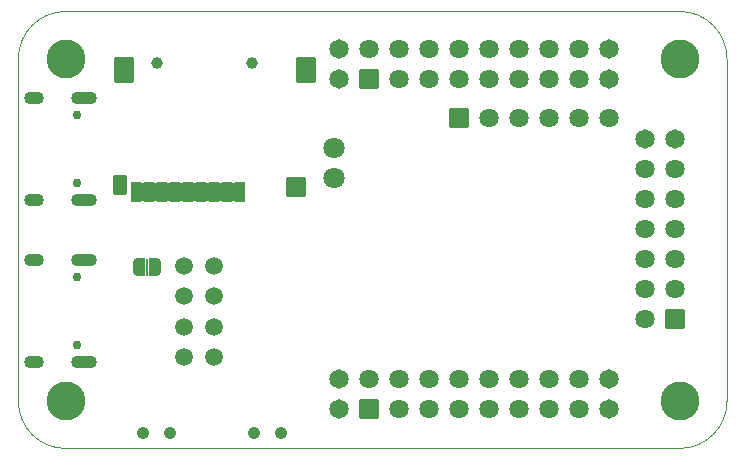
<source format=gbs>
G04 #@! TF.GenerationSoftware,KiCad,Pcbnew,(7.99.0-174-g31be74b8b3)*
G04 #@! TF.CreationDate,2023-07-10T17:09:23+02:00*
G04 #@! TF.ProjectId,HydraBus,48796472-6142-4757-932e-6b696361645f,1.0 Rev1.4*
G04 #@! TF.SameCoordinates,Original*
G04 #@! TF.FileFunction,Soldermask,Bot*
G04 #@! TF.FilePolarity,Negative*
%FSLAX46Y46*%
G04 Gerber Fmt 4.6, Leading zero omitted, Abs format (unit mm)*
G04 Created by KiCad (PCBNEW (7.99.0-174-g31be74b8b3)) date 2023-07-10 17:09:23*
%MOMM*%
%LPD*%
G01*
G04 APERTURE LIST*
G04 Aperture macros list*
%AMRoundRect*
0 Rectangle with rounded corners*
0 $1 Rounding radius*
0 $2 $3 $4 $5 $6 $7 $8 $9 X,Y pos of 4 corners*
0 Add a 4 corners polygon primitive as box body*
4,1,4,$2,$3,$4,$5,$6,$7,$8,$9,$2,$3,0*
0 Add four circle primitives for the rounded corners*
1,1,$1+$1,$2,$3*
1,1,$1+$1,$4,$5*
1,1,$1+$1,$6,$7*
1,1,$1+$1,$8,$9*
0 Add four rect primitives between the rounded corners*
20,1,$1+$1,$2,$3,$4,$5,0*
20,1,$1+$1,$4,$5,$6,$7,0*
20,1,$1+$1,$6,$7,$8,$9,0*
20,1,$1+$1,$8,$9,$2,$3,0*%
%AMFreePoly0*
4,1,35,0.535355,0.785355,0.550000,0.750000,0.550000,-0.750000,0.535355,-0.785355,0.500000,-0.800000,0.000000,-0.800000,-0.012286,-0.794911,-0.071157,-0.794911,-0.085244,-0.792886,-0.221795,-0.752791,-0.234740,-0.746879,-0.354462,-0.669938,-0.365217,-0.660618,-0.458414,-0.553063,-0.466109,-0.541091,-0.525228,-0.411637,-0.529237,-0.397982,-0.549491,-0.257116,-0.550000,-0.250000,-0.550000,0.250000,
-0.549491,0.257116,-0.529237,0.397982,-0.525228,0.411637,-0.466109,0.541091,-0.458414,0.553063,-0.365217,0.660618,-0.354462,0.669938,-0.234740,0.746879,-0.221795,0.752791,-0.085244,0.792886,-0.071157,0.794911,-0.012286,0.794911,0.000000,0.800000,0.500000,0.800000,0.535355,0.785355,0.535355,0.785355,$1*%
%AMFreePoly1*
4,1,35,0.012286,0.794911,0.071157,0.794911,0.085244,0.792886,0.221795,0.752791,0.234740,0.746879,0.354462,0.669938,0.365217,0.660618,0.458414,0.553063,0.466109,0.541091,0.525228,0.411637,0.529237,0.397982,0.549491,0.257116,0.550000,0.250000,0.550000,-0.250000,0.549491,-0.257116,0.529237,-0.397982,0.525228,-0.411637,0.466109,-0.541091,0.458414,-0.553063,0.365217,-0.660618,
0.354462,-0.669938,0.234740,-0.746879,0.221795,-0.752791,0.085244,-0.792886,0.071157,-0.794911,0.012286,-0.794911,0.000000,-0.800000,-0.500000,-0.800000,-0.535355,-0.785355,-0.550000,-0.750000,-0.550000,0.750000,-0.535355,0.785355,-0.500000,0.800000,0.000000,0.800000,0.012286,0.794911,0.012286,0.794911,$1*%
G04 Aperture macros list end*
G04 #@! TA.AperFunction,Profile*
%ADD10C,0.100000*%
G04 #@! TD*
%ADD11FreePoly0,180.000000*%
%ADD12FreePoly1,180.000000*%
%ADD13C,1.498600*%
%ADD14C,0.750000*%
%ADD15O,1.700000X1.100000*%
%ADD16O,2.200000X1.100000*%
%ADD17C,3.300000*%
%ADD18C,1.050000*%
%ADD19C,1.651000*%
%ADD20C,1.627000*%
%ADD21RoundRect,0.063500X0.750000X-0.750000X0.750000X0.750000X-0.750000X0.750000X-0.750000X-0.750000X0*%
%ADD22RoundRect,0.063500X-0.750000X-0.750000X0.750000X-0.750000X0.750000X0.750000X-0.750000X0.750000X0*%
%ADD23C,1.803400*%
%ADD24C,0.989000*%
%ADD25RoundRect,0.063500X0.762000X-1.016000X0.762000X1.016000X-0.762000X1.016000X-0.762000X-1.016000X0*%
%ADD26RoundRect,0.063500X0.762000X-0.762000X0.762000X0.762000X-0.762000X0.762000X-0.762000X-0.762000X0*%
%ADD27RoundRect,0.063500X0.508000X-0.762000X0.508000X0.762000X-0.508000X0.762000X-0.508000X-0.762000X0*%
%ADD28RoundRect,0.063500X0.381000X-0.762000X0.381000X0.762000X-0.381000X0.762000X-0.381000X-0.762000X0*%
G04 APERTURE END LIST*
D10*
X148501100Y-72003600D02*
X148501100Y-101003600D01*
X204501100Y-68003600D02*
X152501100Y-68003600D01*
X208501100Y-101003600D02*
X208501100Y-72003600D01*
X152501100Y-105003600D02*
X204501100Y-105003600D01*
X208501100Y-72003600D02*
G75*
G03*
X204501100Y-68003600I-4000000J0D01*
G01*
X152501100Y-68003600D02*
G75*
G03*
X148501100Y-72003600I0J-4000000D01*
G01*
X204501100Y-105003600D02*
G75*
G03*
X208501100Y-101003600I0J4000000D01*
G01*
X148501100Y-101003600D02*
G75*
G03*
X152501100Y-105003600I4000000J0D01*
G01*
D11*
X160035000Y-89662000D03*
D12*
X158735000Y-89662000D03*
D13*
X162560000Y-92075000D03*
X165100000Y-92075000D03*
X162560000Y-89535000D03*
X165100000Y-89535000D03*
D14*
X153509588Y-82550000D03*
X153509588Y-76770000D03*
D15*
X149859587Y-75339999D03*
D16*
X154039587Y-75339999D03*
X154039587Y-83979999D03*
D15*
X149859587Y-83979999D03*
X149859587Y-97664999D03*
D16*
X154039587Y-97664999D03*
X154039587Y-89024999D03*
D15*
X149859587Y-89024999D03*
D14*
X153509588Y-90455000D03*
X153509588Y-96235000D03*
D17*
X152501100Y-72003600D03*
X204501100Y-72003600D03*
X204501100Y-101003600D03*
X152501100Y-101003600D03*
D18*
X170733100Y-103733600D03*
X168433100Y-103733600D03*
D19*
X201587100Y-78841600D03*
X198539100Y-99161600D03*
X198539100Y-73761600D03*
X198542100Y-101695600D03*
X198539100Y-71221600D03*
X204127100Y-78841600D03*
D20*
X201587100Y-81381600D03*
X204127100Y-81381600D03*
X201587100Y-83921600D03*
X204127100Y-83921600D03*
X201587100Y-86461600D03*
X204127100Y-86461600D03*
X201587100Y-89001600D03*
X204127100Y-89001600D03*
X201587100Y-91541600D03*
X204127100Y-91541600D03*
X201587100Y-94081600D03*
D21*
X204127100Y-94081600D03*
D20*
X195999100Y-99161600D03*
X195999100Y-101701600D03*
X193459100Y-99161600D03*
X193459100Y-101701600D03*
X190919100Y-99161600D03*
X190919100Y-101701600D03*
X188379100Y-99161600D03*
X188379100Y-101701600D03*
X185839100Y-99161600D03*
X185839100Y-101701600D03*
X183299100Y-99161600D03*
X183299100Y-101701600D03*
X180759100Y-99161600D03*
X180759100Y-101701600D03*
X178219100Y-99161600D03*
D22*
X178219100Y-101701600D03*
D20*
X195999100Y-71221600D03*
X195999100Y-73761600D03*
X193459100Y-71221600D03*
X193459100Y-73761600D03*
X190919100Y-71221600D03*
X190919100Y-73761600D03*
X188379100Y-71221600D03*
X188379100Y-73761600D03*
X185839100Y-71221600D03*
X185839100Y-73761600D03*
X183299100Y-71221600D03*
X183299100Y-73761600D03*
X180759100Y-71221600D03*
X180759100Y-73761600D03*
X178219100Y-71221600D03*
D22*
X178219100Y-73761600D03*
D19*
X175679100Y-71221600D03*
X175679100Y-73761600D03*
X175679100Y-99161600D03*
X175679100Y-101701600D03*
D23*
X175260000Y-79603600D03*
X175260000Y-82143600D03*
D13*
X162560000Y-97256600D03*
X165100000Y-97256600D03*
X162560000Y-94716600D03*
X165100000Y-94716600D03*
D18*
X161335100Y-103733600D03*
X159035100Y-103733600D03*
D24*
X168252100Y-72396600D03*
X160252100Y-72396600D03*
D25*
X172852100Y-72923600D03*
D26*
X172033100Y-82904600D03*
D25*
X157452100Y-72923600D03*
D27*
X157106100Y-82696600D03*
D28*
X158452100Y-83296600D03*
X159552100Y-83296600D03*
X160652100Y-83296600D03*
X161752100Y-83296600D03*
X162852100Y-83296600D03*
X163952100Y-83296600D03*
X165052100Y-83296600D03*
X166152100Y-83296600D03*
X167252100Y-83296600D03*
D20*
X198539100Y-77063600D03*
X195999100Y-77063600D03*
X193459100Y-77063600D03*
X190919100Y-77063600D03*
X188379100Y-77063600D03*
D22*
X185839100Y-77063600D03*
G36*
X159489381Y-88896857D02*
G01*
X159489737Y-88898438D01*
X159487000Y-88912199D01*
X159487000Y-90411801D01*
X159489737Y-90425561D01*
X159489381Y-90427142D01*
X159487971Y-90427941D01*
X159486432Y-90427433D01*
X159442953Y-90388025D01*
X159385000Y-90373508D01*
X159327046Y-90388025D01*
X159283567Y-90427433D01*
X159282028Y-90427941D01*
X159280618Y-90427142D01*
X159280262Y-90425561D01*
X159283000Y-90411801D01*
X159283000Y-88912199D01*
X159280262Y-88898438D01*
X159280618Y-88896857D01*
X159282028Y-88896058D01*
X159283567Y-88896566D01*
X159327047Y-88935973D01*
X159385000Y-88950490D01*
X159442952Y-88935973D01*
X159486432Y-88896566D01*
X159487971Y-88896058D01*
X159489381Y-88896857D01*
G37*
G36*
X166812713Y-82515135D02*
G01*
X166813171Y-82516844D01*
X166809600Y-82534799D01*
X166809600Y-84058401D01*
X166813171Y-84076353D01*
X166812713Y-84078062D01*
X166811078Y-84078739D01*
X166809546Y-84077854D01*
X166804508Y-84070314D01*
X166760052Y-84030021D01*
X166702100Y-84015504D01*
X166644147Y-84030021D01*
X166599691Y-84070314D01*
X166594653Y-84077854D01*
X166593121Y-84078739D01*
X166591486Y-84078062D01*
X166591028Y-84076353D01*
X166594600Y-84058401D01*
X166594600Y-82534799D01*
X166591028Y-82516844D01*
X166591486Y-82515135D01*
X166593121Y-82514458D01*
X166594653Y-82515343D01*
X166599692Y-82522885D01*
X166644147Y-82563177D01*
X166702100Y-82577694D01*
X166760052Y-82563177D01*
X166804507Y-82522885D01*
X166809546Y-82515343D01*
X166811078Y-82514458D01*
X166812713Y-82515135D01*
G37*
G36*
X165712713Y-82515135D02*
G01*
X165713171Y-82516844D01*
X165709600Y-82534799D01*
X165709600Y-84058401D01*
X165713171Y-84076353D01*
X165712713Y-84078062D01*
X165711078Y-84078739D01*
X165709546Y-84077854D01*
X165704508Y-84070314D01*
X165660052Y-84030021D01*
X165602100Y-84015504D01*
X165544147Y-84030021D01*
X165499691Y-84070314D01*
X165494653Y-84077854D01*
X165493121Y-84078739D01*
X165491486Y-84078062D01*
X165491028Y-84076353D01*
X165494600Y-84058401D01*
X165494600Y-82534799D01*
X165491028Y-82516844D01*
X165491486Y-82515135D01*
X165493121Y-82514458D01*
X165494653Y-82515343D01*
X165499692Y-82522885D01*
X165544147Y-82563177D01*
X165602100Y-82577694D01*
X165660052Y-82563177D01*
X165704507Y-82522885D01*
X165709546Y-82515343D01*
X165711078Y-82514458D01*
X165712713Y-82515135D01*
G37*
G36*
X164612713Y-82515135D02*
G01*
X164613171Y-82516844D01*
X164609600Y-82534799D01*
X164609600Y-84058401D01*
X164613171Y-84076353D01*
X164612713Y-84078062D01*
X164611078Y-84078739D01*
X164609546Y-84077854D01*
X164604508Y-84070314D01*
X164560052Y-84030021D01*
X164502100Y-84015504D01*
X164444147Y-84030021D01*
X164399691Y-84070314D01*
X164394653Y-84077854D01*
X164393121Y-84078739D01*
X164391486Y-84078062D01*
X164391028Y-84076353D01*
X164394600Y-84058401D01*
X164394600Y-82534799D01*
X164391028Y-82516844D01*
X164391486Y-82515135D01*
X164393121Y-82514458D01*
X164394653Y-82515343D01*
X164399692Y-82522885D01*
X164444147Y-82563177D01*
X164502100Y-82577694D01*
X164560052Y-82563177D01*
X164604507Y-82522885D01*
X164609546Y-82515343D01*
X164611078Y-82514458D01*
X164612713Y-82515135D01*
G37*
G36*
X163512713Y-82515135D02*
G01*
X163513171Y-82516844D01*
X163509600Y-82534799D01*
X163509600Y-84058401D01*
X163513171Y-84076353D01*
X163512713Y-84078062D01*
X163511078Y-84078739D01*
X163509546Y-84077854D01*
X163504508Y-84070314D01*
X163460052Y-84030021D01*
X163402100Y-84015504D01*
X163344147Y-84030021D01*
X163299691Y-84070314D01*
X163294653Y-84077854D01*
X163293121Y-84078739D01*
X163291486Y-84078062D01*
X163291028Y-84076353D01*
X163294600Y-84058401D01*
X163294600Y-82534799D01*
X163291028Y-82516844D01*
X163291486Y-82515135D01*
X163293121Y-82514458D01*
X163294653Y-82515343D01*
X163299692Y-82522885D01*
X163344147Y-82563177D01*
X163402100Y-82577694D01*
X163460052Y-82563177D01*
X163504507Y-82522885D01*
X163509546Y-82515343D01*
X163511078Y-82514458D01*
X163512713Y-82515135D01*
G37*
G36*
X162412713Y-82515135D02*
G01*
X162413171Y-82516844D01*
X162409600Y-82534799D01*
X162409600Y-84058401D01*
X162413171Y-84076353D01*
X162412713Y-84078062D01*
X162411078Y-84078739D01*
X162409546Y-84077854D01*
X162404508Y-84070314D01*
X162360052Y-84030021D01*
X162302100Y-84015504D01*
X162244147Y-84030021D01*
X162199691Y-84070314D01*
X162194653Y-84077854D01*
X162193121Y-84078739D01*
X162191486Y-84078062D01*
X162191028Y-84076353D01*
X162194600Y-84058401D01*
X162194600Y-82534799D01*
X162191028Y-82516844D01*
X162191486Y-82515135D01*
X162193121Y-82514458D01*
X162194653Y-82515343D01*
X162199692Y-82522885D01*
X162244147Y-82563177D01*
X162302100Y-82577694D01*
X162360052Y-82563177D01*
X162404507Y-82522885D01*
X162409546Y-82515343D01*
X162411078Y-82514458D01*
X162412713Y-82515135D01*
G37*
G36*
X161312713Y-82515135D02*
G01*
X161313171Y-82516844D01*
X161309600Y-82534799D01*
X161309600Y-84058401D01*
X161313171Y-84076353D01*
X161312713Y-84078062D01*
X161311078Y-84078739D01*
X161309546Y-84077854D01*
X161304508Y-84070314D01*
X161260052Y-84030021D01*
X161202100Y-84015504D01*
X161144147Y-84030021D01*
X161099691Y-84070314D01*
X161094653Y-84077854D01*
X161093121Y-84078739D01*
X161091486Y-84078062D01*
X161091028Y-84076353D01*
X161094600Y-84058401D01*
X161094600Y-82534799D01*
X161091028Y-82516844D01*
X161091486Y-82515135D01*
X161093121Y-82514458D01*
X161094653Y-82515343D01*
X161099692Y-82522885D01*
X161144147Y-82563177D01*
X161202100Y-82577694D01*
X161260052Y-82563177D01*
X161304507Y-82522885D01*
X161309546Y-82515343D01*
X161311078Y-82514458D01*
X161312713Y-82515135D01*
G37*
G36*
X160212713Y-82515135D02*
G01*
X160213171Y-82516844D01*
X160209600Y-82534799D01*
X160209600Y-84058401D01*
X160213171Y-84076353D01*
X160212713Y-84078062D01*
X160211078Y-84078739D01*
X160209546Y-84077854D01*
X160204508Y-84070314D01*
X160160052Y-84030021D01*
X160102100Y-84015504D01*
X160044147Y-84030021D01*
X159999691Y-84070314D01*
X159994653Y-84077854D01*
X159993121Y-84078739D01*
X159991486Y-84078062D01*
X159991028Y-84076353D01*
X159994600Y-84058401D01*
X159994600Y-82534799D01*
X159991028Y-82516844D01*
X159991486Y-82515135D01*
X159993121Y-82514458D01*
X159994653Y-82515343D01*
X159999692Y-82522885D01*
X160044147Y-82563177D01*
X160102100Y-82577694D01*
X160160052Y-82563177D01*
X160204507Y-82522885D01*
X160209546Y-82515343D01*
X160211078Y-82514458D01*
X160212713Y-82515135D01*
G37*
G36*
X159112713Y-82515135D02*
G01*
X159113171Y-82516844D01*
X159109600Y-82534799D01*
X159109600Y-84058401D01*
X159113171Y-84076353D01*
X159112713Y-84078062D01*
X159111078Y-84078739D01*
X159109546Y-84077854D01*
X159104508Y-84070314D01*
X159060052Y-84030021D01*
X159002100Y-84015504D01*
X158944147Y-84030021D01*
X158899691Y-84070314D01*
X158894653Y-84077854D01*
X158893121Y-84078739D01*
X158891486Y-84078062D01*
X158891028Y-84076353D01*
X158894600Y-84058401D01*
X158894600Y-82534799D01*
X158891028Y-82516844D01*
X158891486Y-82515135D01*
X158893121Y-82514458D01*
X158894653Y-82515343D01*
X158899692Y-82522885D01*
X158944147Y-82563177D01*
X159002100Y-82577694D01*
X159060052Y-82563177D01*
X159104507Y-82522885D01*
X159109546Y-82515343D01*
X159111078Y-82514458D01*
X159112713Y-82515135D01*
G37*
M02*

</source>
